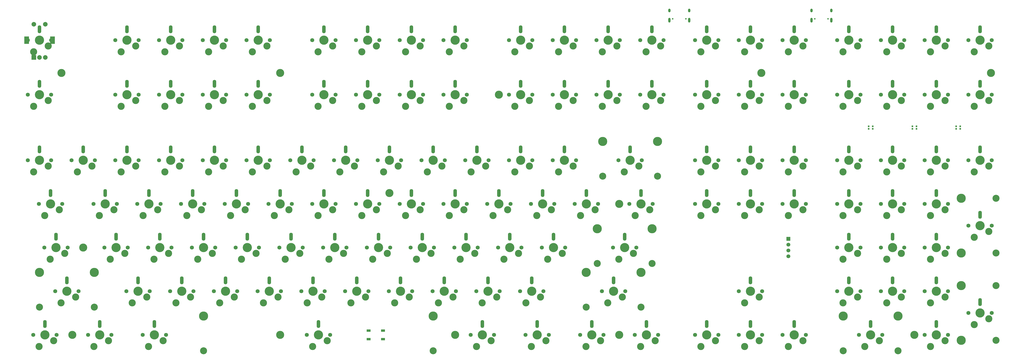
<source format=gbr>
%TF.GenerationSoftware,KiCad,Pcbnew,7.0.5*%
%TF.CreationDate,2023-06-20T21:05:11-04:00*%
%TF.ProjectId,100p-keebored,31303070-2d6b-4656-9562-6f7265642e6b,rev?*%
%TF.SameCoordinates,Original*%
%TF.FileFunction,Soldermask,Top*%
%TF.FilePolarity,Negative*%
%FSLAX46Y46*%
G04 Gerber Fmt 4.6, Leading zero omitted, Abs format (unit mm)*
G04 Created by KiCad (PCBNEW 7.0.5) date 2023-06-20 21:05:11*
%MOMM*%
%LPD*%
G01*
G04 APERTURE LIST*
%ADD10R,0.700000X0.700000*%
%ADD11C,1.750000*%
%ADD12C,3.100000*%
%ADD13C,4.000000*%
%ADD14C,3.500000*%
%ADD15R,2.000000X2.000000*%
%ADD16C,2.000000*%
%ADD17R,2.000000X3.200000*%
%ADD18C,3.048000*%
%ADD19C,3.987800*%
%ADD20R,1.800000X1.100000*%
%ADD21R,1.700000X1.700000*%
%ADD22C,1.700000*%
%ADD23O,1.500000X3.500000*%
%ADD24C,0.650000*%
%ADD25O,1.000000X1.600000*%
%ADD26O,1.000000X2.100000*%
G04 APERTURE END LIST*
D10*
%TO.C,U3*%
X454760920Y-114054832D03*
X454760920Y-115154832D03*
X456590920Y-115154832D03*
X456590920Y-114054832D03*
%TD*%
%TO.C,U4*%
X437540936Y-114054832D03*
X437540936Y-115154832D03*
X435710936Y-115154832D03*
X435710936Y-114054832D03*
%TD*%
%TO.C,U2*%
X473810904Y-114054832D03*
X473810904Y-115154832D03*
X475640904Y-115154832D03*
X475640904Y-114054832D03*
%TD*%
D11*
%TO.C,SW10*%
X260731000Y-76504800D03*
D12*
X259461000Y-79044800D03*
D13*
X255651000Y-76504800D03*
D12*
X253111000Y-81584800D03*
D11*
X250571000Y-76504800D03*
%TD*%
%TO.C,SW127*%
X408368500Y-205092300D03*
D12*
X407098500Y-207632300D03*
D13*
X403288500Y-205092300D03*
D12*
X400748500Y-210172300D03*
D11*
X398208500Y-205092300D03*
%TD*%
%TO.C,SW96*%
X334549750Y-166992300D03*
D12*
X333279750Y-169532300D03*
D13*
X329469750Y-166992300D03*
D12*
X326929750Y-172072300D03*
D11*
X324389750Y-166992300D03*
%TD*%
D14*
%TO.C,*%
X327088528Y-147942304D03*
%TD*%
D11*
%TO.C,SW78*%
X389318500Y-147942300D03*
D12*
X388048500Y-150482300D03*
D13*
X384238500Y-147942300D03*
D12*
X381698500Y-153022300D03*
D11*
X379158500Y-147942300D03*
%TD*%
%TO.C,SW115*%
X470281000Y-186042300D03*
D12*
X469011000Y-188582300D03*
D13*
X465201000Y-186042300D03*
D12*
X462661000Y-191122300D03*
D11*
X460121000Y-186042300D03*
%TD*%
%TO.C,SW73*%
X279781000Y-147942300D03*
D12*
X278511000Y-150482300D03*
D13*
X274701000Y-147942300D03*
D12*
X272161000Y-153022300D03*
D11*
X269621000Y-147942300D03*
%TD*%
%TO.C,SW50*%
X232156000Y-128892300D03*
D12*
X230886000Y-131432300D03*
D13*
X227076000Y-128892300D03*
D12*
X224536000Y-133972300D03*
D11*
X221996000Y-128892300D03*
%TD*%
D15*
%TO.C,SW130*%
X72176000Y-84004800D03*
D16*
X77176000Y-84004800D03*
X74676000Y-84004800D03*
D17*
X69076000Y-76504800D03*
X80276000Y-76504800D03*
D16*
X77176000Y-69504800D03*
X72176000Y-69504800D03*
%TD*%
D11*
%TO.C,SW69*%
X203581000Y-147942300D03*
D12*
X202311000Y-150482300D03*
D13*
X198501000Y-147942300D03*
D12*
X195961000Y-153022300D03*
D11*
X193421000Y-147942300D03*
%TD*%
%TO.C,SW19*%
X451231000Y-76504800D03*
D12*
X449961000Y-79044800D03*
D13*
X446151000Y-76504800D03*
D12*
X443611000Y-81584800D03*
D11*
X441071000Y-76504800D03*
%TD*%
%TO.C,SW125*%
X370268500Y-205092300D03*
D12*
X368998500Y-207632300D03*
D13*
X365188500Y-205092300D03*
D12*
X362648500Y-210172300D03*
D11*
X360108500Y-205092300D03*
%TD*%
%TO.C,SW76*%
X341693500Y-147942300D03*
D12*
X340423500Y-150482300D03*
D13*
X336613500Y-147942300D03*
D12*
X334073500Y-153022300D03*
D11*
X331533500Y-147942300D03*
%TD*%
%TO.C,SW4*%
X136906000Y-76504800D03*
D12*
X135636000Y-79044800D03*
D13*
X131826000Y-76504800D03*
D12*
X129286000Y-81584800D03*
D11*
X126746000Y-76504800D03*
%TD*%
D14*
%TO.C,*%
X489013392Y-90792352D03*
%TD*%
D11*
%TO.C,SW51*%
X251206000Y-128892300D03*
D12*
X249936000Y-131432300D03*
D13*
X246126000Y-128892300D03*
D12*
X243586000Y-133972300D03*
D11*
X241046000Y-128892300D03*
%TD*%
%TO.C,SW12*%
X308356000Y-76504800D03*
D12*
X307086000Y-79044800D03*
D13*
X303276000Y-76504800D03*
D12*
X300736000Y-81584800D03*
D11*
X298196000Y-76504800D03*
%TD*%
%TO.C,SW71*%
X241681000Y-147942300D03*
D12*
X240411000Y-150482300D03*
D13*
X236601000Y-147942300D03*
D12*
X234061000Y-153022300D03*
D11*
X231521000Y-147942300D03*
%TD*%
%TO.C,SW126*%
X389318500Y-205092300D03*
D12*
X388048500Y-207632300D03*
D13*
X384238500Y-205092300D03*
D12*
X381698500Y-210172300D03*
D11*
X379158500Y-205092300D03*
%TD*%
%TO.C,SW119*%
X129762250Y-205092300D03*
D12*
X128492250Y-207632300D03*
D13*
X124682250Y-205092300D03*
D12*
X122142250Y-210172300D03*
D11*
X119602250Y-205092300D03*
%TD*%
%TO.C,SW107*%
X236918500Y-186042300D03*
D12*
X235648500Y-188582300D03*
D13*
X231838500Y-186042300D03*
D12*
X229298500Y-191122300D03*
D11*
X226758500Y-186042300D03*
%TD*%
%TO.C,SW27*%
X203581000Y-100317300D03*
D12*
X202311000Y-102857300D03*
D13*
X198501000Y-100317300D03*
D12*
X195961000Y-105397300D03*
D11*
X193421000Y-100317300D03*
%TD*%
%TO.C,SW48*%
X194056000Y-128892300D03*
D12*
X192786000Y-131432300D03*
D13*
X188976000Y-128892300D03*
D12*
X186436000Y-133972300D03*
D11*
X183896000Y-128892300D03*
%TD*%
%TO.C,SW81*%
X451231000Y-147942300D03*
D12*
X449961000Y-150482300D03*
D13*
X446151000Y-147942300D03*
D12*
X443611000Y-153022300D03*
D11*
X441071000Y-147942300D03*
%TD*%
%TO.C,SW24*%
X136906000Y-100317300D03*
D12*
X135636000Y-102857300D03*
D13*
X131826000Y-100317300D03*
D12*
X129286000Y-105397300D03*
D11*
X126746000Y-100317300D03*
%TD*%
%TO.C,SW62*%
X489331000Y-128892300D03*
D12*
X488061000Y-131432300D03*
D13*
X484251000Y-128892300D03*
D12*
X481711000Y-133972300D03*
D11*
X479171000Y-128892300D03*
%TD*%
%TO.C,SW23*%
X117856000Y-100317300D03*
D12*
X116586000Y-102857300D03*
D13*
X112776000Y-100317300D03*
D12*
X110236000Y-105397300D03*
D11*
X107696000Y-100317300D03*
%TD*%
%TO.C,SW88*%
X170243500Y-166992300D03*
D12*
X168973500Y-169532300D03*
D13*
X165163500Y-166992300D03*
D12*
X162623500Y-172072300D03*
D11*
X160083500Y-166992300D03*
%TD*%
%TO.C,SW105*%
X198818500Y-186042300D03*
D12*
X197548500Y-188582300D03*
D13*
X193738500Y-186042300D03*
D12*
X191198500Y-191122300D03*
D11*
X188658500Y-186042300D03*
%TD*%
%TO.C,SW8*%
X222631000Y-76504800D03*
D12*
X221361000Y-79044800D03*
D13*
X217551000Y-76504800D03*
D12*
X215011000Y-81584800D03*
D11*
X212471000Y-76504800D03*
%TD*%
%TO.C,SW117*%
X82137250Y-205092300D03*
D12*
X80867250Y-207632300D03*
D13*
X77057250Y-205092300D03*
D12*
X74517250Y-210172300D03*
D11*
X71977250Y-205092300D03*
%TD*%
%TO.C,SW79*%
X408368500Y-147942300D03*
D12*
X407098500Y-150482300D03*
D13*
X403288500Y-147942300D03*
D12*
X400748500Y-153022300D03*
D11*
X398208500Y-147942300D03*
%TD*%
D14*
%TO.C,*%
X179451152Y-205092256D03*
%TD*%
D11*
%TO.C,SW66*%
X146431000Y-147942300D03*
D12*
X145161000Y-150482300D03*
D13*
X141351000Y-147942300D03*
D12*
X138811000Y-153022300D03*
D11*
X136271000Y-147942300D03*
%TD*%
%TO.C,SW30*%
X260731000Y-100317300D03*
D12*
X259461000Y-102857300D03*
D13*
X255651000Y-100317300D03*
D12*
X253111000Y-105397300D03*
D11*
X250571000Y-100317300D03*
%TD*%
%TO.C,SW87*%
X151193500Y-166992300D03*
D12*
X149923500Y-169532300D03*
D13*
X146113500Y-166992300D03*
D12*
X143573500Y-172072300D03*
D11*
X141033500Y-166992300D03*
%TD*%
D14*
%TO.C,*%
X84201232Y-90792352D03*
%TD*%
D11*
%TO.C,SW68*%
X184531000Y-147942300D03*
D12*
X183261000Y-150482300D03*
D13*
X179451000Y-147942300D03*
D12*
X176911000Y-153022300D03*
D11*
X174371000Y-147942300D03*
%TD*%
%TO.C,SW15*%
X370268500Y-76504800D03*
D12*
X368998500Y-79044800D03*
D13*
X365188500Y-76504800D03*
D12*
X362648500Y-81584800D03*
D11*
X360108500Y-76504800D03*
%TD*%
%TO.C,SW25*%
X155956000Y-100317300D03*
D12*
X154686000Y-102857300D03*
D13*
X150876000Y-100317300D03*
D12*
X148336000Y-105397300D03*
D11*
X145796000Y-100317300D03*
%TD*%
%TO.C,SW89*%
X189293500Y-166992300D03*
D12*
X188023500Y-169532300D03*
D13*
X184213500Y-166992300D03*
D12*
X181673500Y-172072300D03*
D11*
X179133500Y-166992300D03*
%TD*%
%TO.C,SW39*%
X451231000Y-100317300D03*
D12*
X449961000Y-102857300D03*
D13*
X446151000Y-100317300D03*
D12*
X443611000Y-105397300D03*
D11*
X441071000Y-100317300D03*
%TD*%
%TO.C,SW102*%
X141668500Y-186042300D03*
D12*
X140398500Y-188582300D03*
D13*
X136588500Y-186042300D03*
D12*
X134048500Y-191122300D03*
D11*
X131508500Y-186042300D03*
%TD*%
%TO.C,SW70*%
X222631000Y-147942300D03*
D12*
X221361000Y-150482300D03*
D13*
X217551000Y-147942300D03*
D12*
X215011000Y-153022300D03*
D11*
X212471000Y-147942300D03*
%TD*%
D14*
%TO.C,*%
X274701072Y-100317344D03*
%TD*%
D11*
%TO.C,SW77*%
X370268500Y-147942300D03*
D12*
X368998500Y-150482300D03*
D13*
X365188500Y-147942300D03*
D12*
X362648500Y-153022300D03*
D11*
X360108500Y-147942300D03*
%TD*%
%TO.C,SW59*%
X432181000Y-128892300D03*
D12*
X430911000Y-131432300D03*
D13*
X427101000Y-128892300D03*
D12*
X424561000Y-133972300D03*
D11*
X422021000Y-128892300D03*
%TD*%
D18*
%TO.C,REF\u002A\u002A*%
X491236000Y-183629300D03*
D19*
X476026000Y-183629300D03*
D18*
X491236000Y-207505300D03*
D19*
X476026000Y-207505300D03*
%TD*%
D11*
%TO.C,SW114*%
X451231000Y-186042300D03*
D12*
X449961000Y-188582300D03*
D13*
X446151000Y-186042300D03*
D12*
X443611000Y-191122300D03*
D11*
X441071000Y-186042300D03*
%TD*%
%TO.C,SW11*%
X289306000Y-76504800D03*
D12*
X288036000Y-79044800D03*
D13*
X284226000Y-76504800D03*
D12*
X281686000Y-81584800D03*
D11*
X279146000Y-76504800D03*
%TD*%
%TO.C,SW22*%
X79756000Y-100317300D03*
D12*
X78486000Y-102857300D03*
D13*
X74676000Y-100317300D03*
D12*
X72136000Y-105397300D03*
D11*
X69596000Y-100317300D03*
%TD*%
%TO.C,SW61*%
X470281000Y-128892300D03*
D12*
X469011000Y-131432300D03*
D13*
X465201000Y-128892300D03*
D12*
X462661000Y-133972300D03*
D11*
X460121000Y-128892300D03*
%TD*%
%TO.C,SW6*%
X175006000Y-76504800D03*
D12*
X173736000Y-79044800D03*
D13*
X169926000Y-76504800D03*
D12*
X167386000Y-81584800D03*
D11*
X164846000Y-76504800D03*
%TD*%
%TO.C,SW97*%
X432181000Y-166992300D03*
D12*
X430911000Y-169532300D03*
D13*
X427101000Y-166992300D03*
D12*
X424561000Y-172072300D03*
D11*
X422021000Y-166992300D03*
%TD*%
%TO.C,SW21*%
X489331000Y-76504800D03*
D12*
X488061000Y-79044800D03*
D13*
X484251000Y-76504800D03*
D12*
X481711000Y-81584800D03*
D11*
X479171000Y-76504800D03*
%TD*%
%TO.C,SW29*%
X241681000Y-100317300D03*
D12*
X240411000Y-102857300D03*
D13*
X236601000Y-100317300D03*
D12*
X234061000Y-105397300D03*
D11*
X231521000Y-100317300D03*
%TD*%
%TO.C,SW63*%
X84518500Y-147942300D03*
D12*
X83248500Y-150482300D03*
D13*
X79438500Y-147942300D03*
D12*
X76898500Y-153022300D03*
D11*
X74358500Y-147942300D03*
%TD*%
%TO.C,SW124*%
X344074750Y-205092300D03*
D12*
X342804750Y-207632300D03*
D13*
X338994750Y-205092300D03*
D12*
X336454750Y-210172300D03*
D11*
X333914750Y-205092300D03*
%TD*%
%TO.C,SW17*%
X408368500Y-76504800D03*
D12*
X407098500Y-79044800D03*
D13*
X403288500Y-76504800D03*
D12*
X400748500Y-81584800D03*
D11*
X398208500Y-76504800D03*
%TD*%
%TO.C,SW49*%
X213106000Y-128892300D03*
D12*
X211836000Y-131432300D03*
D13*
X208026000Y-128892300D03*
D12*
X205486000Y-133972300D03*
D11*
X202946000Y-128892300D03*
%TD*%
D14*
%TO.C,*%
X327088528Y-205092256D03*
%TD*%
D11*
%TO.C,SW122*%
X296449750Y-205092300D03*
D12*
X295179750Y-207632300D03*
D13*
X291369750Y-205092300D03*
D12*
X288829750Y-210172300D03*
D11*
X286289750Y-205092300D03*
%TD*%
%TO.C,SW16*%
X389318500Y-76504800D03*
D12*
X388048500Y-79044800D03*
D13*
X384238500Y-76504800D03*
D12*
X381698500Y-81584800D03*
D11*
X379158500Y-76504800D03*
%TD*%
%TO.C,SW120*%
X201199750Y-205092300D03*
D12*
X199929750Y-207632300D03*
D13*
X196119750Y-205092300D03*
D12*
X193579750Y-210172300D03*
D11*
X191039750Y-205092300D03*
%TD*%
D18*
%TO.C,REF\u002A\u002A*%
X491236000Y-145529300D03*
D19*
X476026000Y-145529300D03*
D18*
X491236000Y-169405300D03*
D19*
X476026000Y-169405300D03*
%TD*%
D11*
%TO.C,SW26*%
X175006000Y-100317300D03*
D12*
X173736000Y-102857300D03*
D13*
X169926000Y-100317300D03*
D12*
X167386000Y-105397300D03*
D11*
X164846000Y-100317300D03*
%TD*%
D18*
%TO.C,REF\u002A\u002A*%
X246119600Y-212077156D03*
D19*
X246119600Y-196867156D03*
D18*
X146119600Y-212077156D03*
D19*
X146119600Y-196867156D03*
%TD*%
D11*
%TO.C,SW82*%
X470281000Y-147942300D03*
D12*
X469011000Y-150482300D03*
D13*
X465201000Y-147942300D03*
D12*
X462661000Y-153022300D03*
D11*
X460121000Y-147942300D03*
%TD*%
%TO.C,SW58*%
X408368500Y-128892300D03*
D12*
X407098500Y-131432300D03*
D13*
X403288500Y-128892300D03*
D12*
X400748500Y-133972300D03*
D11*
X398208500Y-128892300D03*
%TD*%
%TO.C,SW86*%
X132143500Y-166992300D03*
D12*
X130873500Y-169532300D03*
D13*
X127063500Y-166992300D03*
D12*
X124523500Y-172072300D03*
D11*
X121983500Y-166992300D03*
%TD*%
%TO.C,SW84*%
X86899750Y-166992300D03*
D12*
X85629750Y-169532300D03*
D13*
X81819750Y-166992300D03*
D12*
X79279750Y-172072300D03*
D11*
X76739750Y-166992300D03*
%TD*%
%TO.C,SW37*%
X408368500Y-100317300D03*
D12*
X407098500Y-102857300D03*
D13*
X403288500Y-100317300D03*
D12*
X400748500Y-105397300D03*
D11*
X398208500Y-100317300D03*
%TD*%
%TO.C,SW90*%
X208343500Y-166992300D03*
D12*
X207073500Y-169532300D03*
D13*
X203263500Y-166992300D03*
D12*
X200723500Y-172072300D03*
D11*
X198183500Y-166992300D03*
%TD*%
%TO.C,SW9*%
X241681000Y-76504800D03*
D12*
X240411000Y-79044800D03*
D13*
X236601000Y-76504800D03*
D12*
X234061000Y-81584800D03*
D11*
X231521000Y-76504800D03*
%TD*%
%TO.C,SW18*%
X432181000Y-76504800D03*
D12*
X430911000Y-79044800D03*
D13*
X427101000Y-76504800D03*
D12*
X424561000Y-81584800D03*
D11*
X422021000Y-76504800D03*
%TD*%
%TO.C,SW35*%
X370268500Y-100317300D03*
D12*
X368998500Y-102857300D03*
D13*
X365188500Y-100317300D03*
D12*
X362648500Y-105397300D03*
D11*
X360108500Y-100317300D03*
%TD*%
D18*
%TO.C,REF\u002A\u002A*%
X343789000Y-135877300D03*
D19*
X343789000Y-120667300D03*
D18*
X319913000Y-135877300D03*
D19*
X319913000Y-120667300D03*
%TD*%
D11*
%TO.C,SW34*%
X346456000Y-100317300D03*
D12*
X345186000Y-102857300D03*
D13*
X341376000Y-100317300D03*
D12*
X338836000Y-105397300D03*
D11*
X336296000Y-100317300D03*
%TD*%
%TO.C,SW121*%
X272637250Y-205092300D03*
D12*
X271367250Y-207632300D03*
D13*
X267557250Y-205092300D03*
D12*
X265017250Y-210172300D03*
D11*
X262477250Y-205092300D03*
%TD*%
%TO.C,SW46*%
X155956000Y-128892300D03*
D12*
X154686000Y-131432300D03*
D13*
X150876000Y-128892300D03*
D12*
X148336000Y-133972300D03*
D11*
X145796000Y-128892300D03*
%TD*%
%TO.C,SW74*%
X298831000Y-147942300D03*
D12*
X297561000Y-150482300D03*
D13*
X293751000Y-147942300D03*
D12*
X291211000Y-153022300D03*
D11*
X288671000Y-147942300D03*
%TD*%
D18*
%TO.C,REF\u002A\u002A*%
X341407750Y-173977300D03*
D19*
X341407750Y-158767300D03*
D18*
X317531750Y-173977300D03*
D19*
X317531750Y-158767300D03*
%TD*%
D18*
%TO.C,REF\u002A\u002A*%
X448564000Y-212077300D03*
D19*
X448564000Y-196867300D03*
D18*
X424688000Y-212077300D03*
D19*
X424688000Y-196867300D03*
%TD*%
D11*
%TO.C,SW47*%
X175006000Y-128892300D03*
D12*
X173736000Y-131432300D03*
D13*
X169926000Y-128892300D03*
D12*
X167386000Y-133972300D03*
D11*
X164846000Y-128892300D03*
%TD*%
%TO.C,SW80*%
X432181000Y-147942300D03*
D12*
X430911000Y-150482300D03*
D13*
X427101000Y-147942300D03*
D12*
X424561000Y-153022300D03*
D11*
X422021000Y-147942300D03*
%TD*%
%TO.C,SW32*%
X308356000Y-100317300D03*
D12*
X307086000Y-102857300D03*
D13*
X303276000Y-100317300D03*
D12*
X300736000Y-105397300D03*
D11*
X298196000Y-100317300D03*
%TD*%
%TO.C,SW110*%
X294068500Y-186042300D03*
D12*
X292798500Y-188582300D03*
D13*
X288988500Y-186042300D03*
D12*
X286448500Y-191122300D03*
D11*
X283908500Y-186042300D03*
%TD*%
D14*
%TO.C,*%
X88963728Y-205092256D03*
%TD*%
D11*
%TO.C,SW129*%
X470281000Y-205092300D03*
D12*
X469011000Y-207632300D03*
D13*
X465201000Y-205092300D03*
D12*
X462661000Y-210172300D03*
D11*
X460121000Y-205092300D03*
%TD*%
%TO.C,SW123*%
X320262250Y-205092300D03*
D12*
X318992250Y-207632300D03*
D13*
X315182250Y-205092300D03*
D12*
X312642250Y-210172300D03*
D11*
X310102250Y-205092300D03*
%TD*%
%TO.C,SW98*%
X451231000Y-166992300D03*
D12*
X449961000Y-169532300D03*
D13*
X446151000Y-166992300D03*
D12*
X443611000Y-172072300D03*
D11*
X441071000Y-166992300D03*
%TD*%
D18*
%TO.C,REF\u002A\u002A*%
X98520192Y-193027172D03*
D19*
X98520192Y-177817172D03*
D18*
X74644192Y-193027172D03*
D19*
X74644192Y-177817172D03*
%TD*%
D18*
%TO.C,REF\u002A\u002A*%
X336645250Y-193027300D03*
D19*
X336645250Y-177817300D03*
D18*
X312769250Y-193027300D03*
D19*
X312769250Y-177817300D03*
%TD*%
D11*
%TO.C,SW95*%
X303593500Y-166992300D03*
D12*
X302323500Y-169532300D03*
D13*
X298513500Y-166992300D03*
D12*
X295973500Y-172072300D03*
D11*
X293433500Y-166992300D03*
%TD*%
%TO.C,SW14*%
X346456000Y-76504800D03*
D12*
X345186000Y-79044800D03*
D13*
X341376000Y-76504800D03*
D12*
X338836000Y-81584800D03*
D11*
X336296000Y-76504800D03*
%TD*%
%TO.C,SW57*%
X389318500Y-128892300D03*
D12*
X388048500Y-131432300D03*
D13*
X384238500Y-128892300D03*
D12*
X381698500Y-133972300D03*
D11*
X379158500Y-128892300D03*
%TD*%
%TO.C,SW104*%
X179768500Y-186042300D03*
D12*
X178498500Y-188582300D03*
D13*
X174688500Y-186042300D03*
D12*
X172148500Y-191122300D03*
D11*
X169608500Y-186042300D03*
%TD*%
D14*
%TO.C,*%
X455675920Y-205092256D03*
%TD*%
D11*
%TO.C,SW13*%
X327406000Y-76504800D03*
D12*
X326136000Y-79044800D03*
D13*
X322326000Y-76504800D03*
D12*
X319786000Y-81584800D03*
D11*
X317246000Y-76504800D03*
%TD*%
%TO.C,SW112*%
X389318480Y-186042272D03*
D12*
X388048480Y-188582272D03*
D13*
X384238480Y-186042272D03*
D12*
X381698480Y-191122272D03*
D11*
X379158480Y-186042272D03*
%TD*%
%TO.C,SW100*%
X91662250Y-186042300D03*
D12*
X90392250Y-188582300D03*
D13*
X86582250Y-186042300D03*
D12*
X84042250Y-191122300D03*
D11*
X81502250Y-186042300D03*
%TD*%
D14*
%TO.C,*%
X93726224Y-166992288D03*
%TD*%
D11*
%TO.C,SW99*%
X470281000Y-166992300D03*
D12*
X469011000Y-169532300D03*
D13*
X465201000Y-166992300D03*
D12*
X462661000Y-172072300D03*
D11*
X460121000Y-166992300D03*
%TD*%
%TO.C,SW45*%
X136906000Y-128892300D03*
D12*
X135636000Y-131432300D03*
D13*
X131826000Y-128892300D03*
D12*
X129286000Y-133972300D03*
D11*
X126746000Y-128892300D03*
%TD*%
%TO.C,SW5*%
X155956000Y-76504800D03*
D12*
X154686000Y-79044800D03*
D13*
X150876000Y-76504800D03*
D12*
X148336000Y-81584800D03*
D11*
X145796000Y-76504800D03*
%TD*%
%TO.C,SW94*%
X284543500Y-166992300D03*
D12*
X283273500Y-169532300D03*
D13*
X279463500Y-166992300D03*
D12*
X276923500Y-172072300D03*
D11*
X274383500Y-166992300D03*
%TD*%
%TO.C,SW101*%
X122618500Y-186042300D03*
D12*
X121348500Y-188582300D03*
D13*
X117538500Y-186042300D03*
D12*
X114998500Y-191122300D03*
D11*
X112458500Y-186042300D03*
%TD*%
D14*
%TO.C,*%
X227076112Y-143179808D03*
%TD*%
D11*
%TO.C,SW56*%
X370268500Y-128892300D03*
D12*
X368998500Y-131432300D03*
D13*
X365188500Y-128892300D03*
D12*
X362648500Y-133972300D03*
D11*
X360108500Y-128892300D03*
%TD*%
%TO.C,SW28*%
X222631000Y-100317300D03*
D12*
X221361000Y-102857300D03*
D13*
X217551000Y-100317300D03*
D12*
X215011000Y-105397300D03*
D11*
X212471000Y-100317300D03*
%TD*%
%TO.C,SW43*%
X98806000Y-128892300D03*
D12*
X97536000Y-131432300D03*
D13*
X93726000Y-128892300D03*
D12*
X91186000Y-133972300D03*
D11*
X88646000Y-128892300D03*
%TD*%
%TO.C,SW31*%
X289306000Y-100317300D03*
D12*
X288036000Y-102857300D03*
D13*
X284226000Y-100317300D03*
D12*
X281686000Y-105397300D03*
D11*
X279146000Y-100317300D03*
%TD*%
%TO.C,SW52*%
X270256000Y-128892300D03*
D12*
X268986000Y-131432300D03*
D13*
X265176000Y-128892300D03*
D12*
X262636000Y-133972300D03*
D11*
X260096000Y-128892300D03*
%TD*%
%TO.C,SW103*%
X160718500Y-186042300D03*
D12*
X159448500Y-188582300D03*
D13*
X155638500Y-186042300D03*
D12*
X153098500Y-191122300D03*
D11*
X150558500Y-186042300D03*
%TD*%
%TO.C,SW91*%
X227393500Y-166992300D03*
D12*
X226123500Y-169532300D03*
D13*
X222313500Y-166992300D03*
D12*
X219773500Y-172072300D03*
D11*
X217233500Y-166992300D03*
%TD*%
%TO.C,SW36*%
X389318500Y-100317300D03*
D12*
X388048500Y-102857300D03*
D13*
X384238500Y-100317300D03*
D12*
X381698500Y-105397300D03*
D11*
X379158500Y-100317300D03*
%TD*%
%TO.C,SW44*%
X117856000Y-128892300D03*
D12*
X116586000Y-131432300D03*
D13*
X112776000Y-128892300D03*
D12*
X110236000Y-133972300D03*
D11*
X107696000Y-128892300D03*
%TD*%
%TO.C,SW111*%
X329787250Y-186042300D03*
D12*
X328517250Y-188582300D03*
D13*
X324707250Y-186042300D03*
D12*
X322167250Y-191122300D03*
D11*
X319627250Y-186042300D03*
%TD*%
%TO.C,SW85*%
X113093500Y-166992300D03*
D12*
X111823500Y-169532300D03*
D13*
X108013500Y-166992300D03*
D12*
X105473500Y-172072300D03*
D11*
X102933500Y-166992300D03*
%TD*%
D14*
%TO.C,*%
X389000976Y-90792352D03*
%TD*%
D11*
%TO.C,SW54*%
X308356000Y-128892300D03*
D12*
X307086000Y-131432300D03*
D13*
X303276000Y-128892300D03*
D12*
X300736000Y-133972300D03*
D11*
X298196000Y-128892300D03*
%TD*%
%TO.C,SW41*%
X489331000Y-100317300D03*
D12*
X488061000Y-102857300D03*
D13*
X484251000Y-100317300D03*
D12*
X481711000Y-105397300D03*
D11*
X479171000Y-100317300D03*
%TD*%
%TO.C,SW93*%
X265493500Y-166992300D03*
D12*
X264223500Y-169532300D03*
D13*
X260413500Y-166992300D03*
D12*
X257873500Y-172072300D03*
D11*
X255333500Y-166992300D03*
%TD*%
%TO.C,SW118*%
X105949750Y-205092300D03*
D12*
X104679750Y-207632300D03*
D13*
X100869750Y-205092300D03*
D12*
X98329750Y-210172300D03*
D11*
X95789750Y-205092300D03*
%TD*%
%TO.C,SW75*%
X317881000Y-147942300D03*
D12*
X316611000Y-150482300D03*
D13*
X312801000Y-147942300D03*
D12*
X310261000Y-153022300D03*
D11*
X307721000Y-147942300D03*
%TD*%
D14*
%TO.C,*%
X179451152Y-90792352D03*
%TD*%
D11*
%TO.C,SW55*%
X336931000Y-128892300D03*
D12*
X335661000Y-131432300D03*
D13*
X331851000Y-128892300D03*
D12*
X329311000Y-133972300D03*
D11*
X326771000Y-128892300D03*
%TD*%
%TO.C,SW42*%
X79756000Y-128892300D03*
D12*
X78486000Y-131432300D03*
D13*
X74676000Y-128892300D03*
D12*
X72136000Y-133972300D03*
D11*
X69596000Y-128892300D03*
%TD*%
%TO.C,SW109*%
X275018500Y-186042300D03*
D12*
X273748500Y-188582300D03*
D13*
X269938500Y-186042300D03*
D12*
X267398500Y-191122300D03*
D11*
X264858500Y-186042300D03*
%TD*%
%TO.C,SW83*%
X489331000Y-157467300D03*
D12*
X488061000Y-160007300D03*
D13*
X484251000Y-157467300D03*
D12*
X481711000Y-162547300D03*
D11*
X479171000Y-157467300D03*
%TD*%
%TO.C,SW72*%
X260731000Y-147942300D03*
D12*
X259461000Y-150482300D03*
D13*
X255651000Y-147942300D03*
D12*
X253111000Y-153022300D03*
D11*
X250571000Y-147942300D03*
%TD*%
%TO.C,SW20*%
X470281000Y-76504800D03*
D12*
X469011000Y-79044800D03*
D13*
X465201000Y-76504800D03*
D12*
X462661000Y-81584800D03*
D11*
X460121000Y-76504800D03*
%TD*%
%TO.C,SW128*%
X441706000Y-205092300D03*
D12*
X440436000Y-207632300D03*
D13*
X436626000Y-205092300D03*
D12*
X434086000Y-210172300D03*
D11*
X431546000Y-205092300D03*
%TD*%
%TO.C,SW67*%
X165481000Y-147942300D03*
D12*
X164211000Y-150482300D03*
D13*
X160401000Y-147942300D03*
D12*
X157861000Y-153022300D03*
D11*
X155321000Y-147942300D03*
%TD*%
%TO.C,SW53*%
X289306000Y-128892300D03*
D12*
X288036000Y-131432300D03*
D13*
X284226000Y-128892300D03*
D12*
X281686000Y-133972300D03*
D11*
X279146000Y-128892300D03*
%TD*%
%TO.C,SW92*%
X246443500Y-166992300D03*
D12*
X245173500Y-169532300D03*
D13*
X241363500Y-166992300D03*
D12*
X238823500Y-172072300D03*
D11*
X236283500Y-166992300D03*
%TD*%
%TO.C,SW108*%
X255968500Y-186042300D03*
D12*
X254698500Y-188582300D03*
D13*
X250888500Y-186042300D03*
D12*
X248348500Y-191122300D03*
D11*
X245808500Y-186042300D03*
%TD*%
%TO.C,SW1*%
X79756000Y-76504800D03*
D12*
X78486000Y-79044800D03*
D13*
X74676000Y-76504800D03*
D12*
X72136000Y-81584800D03*
D11*
X69596000Y-76504800D03*
%TD*%
%TO.C,SW3*%
X117856000Y-76504800D03*
D12*
X116586000Y-79044800D03*
D13*
X112776000Y-76504800D03*
D12*
X110236000Y-81584800D03*
D11*
X107696000Y-76504800D03*
%TD*%
%TO.C,SW113*%
X432181000Y-186042300D03*
D12*
X430911000Y-188582300D03*
D13*
X427101000Y-186042300D03*
D12*
X424561000Y-191122300D03*
D11*
X422021000Y-186042300D03*
%TD*%
%TO.C,SW65*%
X127381000Y-147942300D03*
D12*
X126111000Y-150482300D03*
D13*
X122301000Y-147942300D03*
D12*
X119761000Y-153022300D03*
D11*
X117221000Y-147942300D03*
%TD*%
%TO.C,SW60*%
X451231000Y-128892300D03*
D12*
X449961000Y-131432300D03*
D13*
X446151000Y-128892300D03*
D12*
X443611000Y-133972300D03*
D11*
X441071000Y-128892300D03*
%TD*%
%TO.C,SW33*%
X327406000Y-100317300D03*
D12*
X326136000Y-102857300D03*
D13*
X322326000Y-100317300D03*
D12*
X319786000Y-105397300D03*
D11*
X317246000Y-100317300D03*
%TD*%
%TO.C,SW64*%
X108331000Y-147942300D03*
D12*
X107061000Y-150482300D03*
D13*
X103251000Y-147942300D03*
D12*
X100711000Y-153022300D03*
D11*
X98171000Y-147942300D03*
%TD*%
D20*
%TO.C,SW200*%
X218022704Y-203242156D03*
X224222704Y-203242156D03*
X218022704Y-206942156D03*
X224222704Y-206942156D03*
%TD*%
D21*
%TO.C,J4*%
X400748160Y-163182144D03*
D22*
X400748160Y-165722144D03*
X400748160Y-168262144D03*
X400748160Y-170802144D03*
%TD*%
D11*
%TO.C,SW40*%
X470281000Y-100317300D03*
D12*
X469011000Y-102857300D03*
D13*
X465201000Y-100317300D03*
D12*
X462661000Y-105397300D03*
D11*
X460121000Y-100317300D03*
%TD*%
D14*
%TO.C,*%
X255651088Y-205092256D03*
%TD*%
D11*
%TO.C,SW116*%
X489331000Y-195567300D03*
D12*
X488061000Y-198107300D03*
D13*
X484251000Y-195567300D03*
D12*
X481711000Y-200647300D03*
D11*
X479171000Y-195567300D03*
%TD*%
%TO.C,SW106*%
X217868500Y-186042300D03*
D12*
X216598500Y-188582300D03*
D13*
X212788500Y-186042300D03*
D12*
X210248500Y-191122300D03*
D11*
X207708500Y-186042300D03*
%TD*%
%TO.C,SW38*%
X432181000Y-100317300D03*
D12*
X430911000Y-102857300D03*
D13*
X427101000Y-100317300D03*
D12*
X424561000Y-105397300D03*
D11*
X422021000Y-100317300D03*
%TD*%
%TO.C,SW7*%
X203581000Y-76504800D03*
D12*
X202311000Y-79044800D03*
D13*
X198501000Y-76504800D03*
D12*
X195961000Y-81584800D03*
D11*
X193421000Y-76504800D03*
%TD*%
D23*
%TO.C,D250*%
X227075792Y-124129680D03*
%TD*%
%TO.C,D230*%
X322325712Y-95554704D03*
%TD*%
%TO.C,D206*%
X169925840Y-71742224D03*
%TD*%
%TO.C,D312*%
X174688336Y-181279632D03*
%TD*%
%TO.C,D301*%
X465200592Y-181279632D03*
%TD*%
%TO.C,D204*%
X131825872Y-71742224D03*
%TD*%
%TO.C,D260*%
X446150608Y-124129680D03*
%TD*%
%TO.C,D228*%
X365188176Y-95554704D03*
%TD*%
%TO.C,D274*%
X255650768Y-143179664D03*
%TD*%
%TO.C,D286*%
X127063376Y-162229648D03*
%TD*%
%TO.C,D324*%
X338994448Y-200329616D03*
%TD*%
%TO.C,D246*%
X150875856Y-124129680D03*
%TD*%
%TO.C,D242*%
X74675920Y-124129680D03*
%TD*%
%TO.C,D292*%
X241363280Y-162229648D03*
%TD*%
%TO.C,D305*%
X324706960Y-181279632D03*
%TD*%
%TO.C,D236*%
X198500816Y-95554704D03*
%TD*%
%TO.C,D304*%
X384238160Y-181279632D03*
%TD*%
%TO.C,D275*%
X236600784Y-143179664D03*
%TD*%
%TO.C,D279*%
X160400848Y-143179664D03*
%TD*%
%TO.C,D262*%
X484250576Y-124129680D03*
%TD*%
%TO.C,D257*%
X384238160Y-124129680D03*
%TD*%
%TO.C,D291*%
X222313296Y-162229648D03*
%TD*%
%TO.C,D270*%
X336613200Y-143179664D03*
%TD*%
%TO.C,D232*%
X284225744Y-95554704D03*
%TD*%
%TO.C,D220*%
X465200592Y-71742224D03*
%TD*%
%TO.C,D217*%
X403288144Y-71742224D03*
%TD*%
%TO.C,D272*%
X293750736Y-143179664D03*
%TD*%
%TO.C,D327*%
X403288144Y-200329616D03*
%TD*%
%TO.C,D245*%
X131825872Y-124129680D03*
%TD*%
%TO.C,D240*%
X112775888Y-95554704D03*
%TD*%
%TO.C,D252*%
X265175760Y-124129680D03*
%TD*%
%TO.C,D306*%
X288988240Y-181279632D03*
%TD*%
%TO.C,D303*%
X427100624Y-181279632D03*
%TD*%
%TO.C,D293*%
X260413264Y-162229648D03*
%TD*%
%TO.C,D244*%
X112775888Y-124129680D03*
%TD*%
%TO.C,D264*%
X465200592Y-143179664D03*
%TD*%
%TO.C,D307*%
X269938256Y-181279632D03*
%TD*%
%TO.C,D226*%
X403288144Y-95554704D03*
%TD*%
%TO.C,D205*%
X150875856Y-71742224D03*
%TD*%
%TO.C,D247*%
X169925840Y-124129680D03*
%TD*%
%TO.C,D266*%
X427100624Y-143179664D03*
%TD*%
%TO.C,D224*%
X446150608Y-95554704D03*
%TD*%
%TO.C,D223*%
X465200592Y-95554704D03*
%TD*%
%TO.C,D271*%
X312800720Y-143179664D03*
%TD*%
%TO.C,D248*%
X188975824Y-124129680D03*
%TD*%
%TO.C,D269*%
X365188176Y-143179664D03*
%TD*%
%TO.C,D325*%
X365188176Y-200329616D03*
%TD*%
%TO.C,D309*%
X231838288Y-181279632D03*
%TD*%
%TO.C,D315*%
X117538384Y-181279632D03*
%TD*%
%TO.C,D208*%
X217550800Y-71742224D03*
%TD*%
%TO.C,D254*%
X303275728Y-124129680D03*
%TD*%
%TO.C,D258*%
X403288144Y-124129680D03*
%TD*%
%TO.C,D233*%
X255650768Y-95554704D03*
%TD*%
%TO.C,D294*%
X279463248Y-162229648D03*
%TD*%
%TO.C,D243*%
X93725904Y-124129680D03*
%TD*%
%TO.C,D253*%
X284225744Y-124129680D03*
%TD*%
%TO.C,D207*%
X198500816Y-71742224D03*
%TD*%
%TO.C,D231*%
X303275728Y-95554704D03*
%TD*%
%TO.C,D326*%
X384238160Y-200329616D03*
%TD*%
%TO.C,D280*%
X141350864Y-143179664D03*
%TD*%
%TO.C,D316*%
X86582160Y-181279632D03*
%TD*%
%TO.C,D218*%
X427100624Y-71742224D03*
%TD*%
%TO.C,D267*%
X403288144Y-143179664D03*
%TD*%
%TO.C,D238*%
X150875856Y-95554704D03*
%TD*%
%TO.C,D314*%
X136588368Y-181279632D03*
%TD*%
D24*
%TO.C,J3*%
X412304750Y-67198550D03*
X418084750Y-67198550D03*
D25*
X410874750Y-63548550D03*
D26*
X410874750Y-67728550D03*
D25*
X419514750Y-63548550D03*
D26*
X419514750Y-67728550D03*
%TD*%
D23*
%TO.C,D290*%
X203263312Y-162229648D03*
%TD*%
%TO.C,D319*%
X124682128Y-200329616D03*
%TD*%
%TO.C,D329*%
X465200592Y-200329616D03*
%TD*%
%TO.C,D237*%
X169925840Y-95554704D03*
%TD*%
%TO.C,D299*%
X465200592Y-162229648D03*
%TD*%
%TO.C,D235*%
X217550800Y-95554704D03*
%TD*%
%TO.C,D277*%
X198500816Y-143179664D03*
%TD*%
%TO.C,D212*%
X303275728Y-71742224D03*
%TD*%
%TO.C,D310*%
X212788304Y-181279632D03*
%TD*%
%TO.C,D289*%
X184213328Y-162229648D03*
%TD*%
%TO.C,D259*%
X427100624Y-124129680D03*
%TD*%
D24*
%TO.C,J2*%
X350392250Y-67198550D03*
X356172250Y-67198550D03*
D25*
X348962250Y-63548550D03*
D26*
X348962250Y-67728550D03*
D25*
X357602250Y-63548550D03*
D26*
X357602250Y-67728550D03*
%TD*%
D23*
%TO.C,D216*%
X384238160Y-71742224D03*
%TD*%
%TO.C,D263*%
X484250576Y-152704656D03*
%TD*%
%TO.C,D311*%
X193738320Y-181279632D03*
%TD*%
%TO.C,D215*%
X365188176Y-71742224D03*
%TD*%
%TO.C,D297*%
X427100624Y-162229648D03*
%TD*%
%TO.C,D201*%
X74675920Y-71742224D03*
%TD*%
%TO.C,D285*%
X108013392Y-162229648D03*
%TD*%
%TO.C,D273*%
X274700752Y-143179664D03*
%TD*%
%TO.C,D322*%
X291369488Y-200329616D03*
%TD*%
%TO.C,D296*%
X329469456Y-162229648D03*
%TD*%
%TO.C,D203*%
X112775888Y-71742224D03*
%TD*%
%TO.C,D227*%
X384238160Y-95554704D03*
%TD*%
%TO.C,D225*%
X427100624Y-95554704D03*
%TD*%
%TO.C,D328*%
X436625616Y-200329616D03*
%TD*%
%TO.C,D281*%
X122300880Y-143179664D03*
%TD*%
%TO.C,D268*%
X384238160Y-143179664D03*
%TD*%
%TO.C,D313*%
X155638352Y-181279632D03*
%TD*%
%TO.C,D249*%
X208025808Y-124129680D03*
%TD*%
%TO.C,D302*%
X446150608Y-181279632D03*
%TD*%
%TO.C,D211*%
X284225744Y-71742224D03*
%TD*%
%TO.C,D317*%
X77057168Y-200329616D03*
%TD*%
%TO.C,D209*%
X236600784Y-71742224D03*
%TD*%
%TO.C,D222*%
X484250576Y-95554704D03*
%TD*%
%TO.C,D283*%
X79438416Y-143179664D03*
%TD*%
%TO.C,D229*%
X341375696Y-95554704D03*
%TD*%
%TO.C,D251*%
X246125776Y-124129680D03*
%TD*%
%TO.C,D221*%
X484250576Y-71742224D03*
%TD*%
%TO.C,D265*%
X446150608Y-143179664D03*
%TD*%
%TO.C,D241*%
X74675920Y-95554704D03*
%TD*%
%TO.C,D214*%
X341375696Y-71742224D03*
%TD*%
%TO.C,D318*%
X100869648Y-200329616D03*
%TD*%
%TO.C,D234*%
X236600784Y-95554704D03*
%TD*%
%TO.C,D276*%
X217550800Y-143179664D03*
%TD*%
%TO.C,D256*%
X365188176Y-124129680D03*
%TD*%
%TO.C,D255*%
X331850704Y-124129680D03*
%TD*%
%TO.C,D300*%
X484250576Y-190804624D03*
%TD*%
%TO.C,D210*%
X255650768Y-71742224D03*
%TD*%
%TO.C,D295*%
X298513232Y-162229648D03*
%TD*%
%TO.C,D321*%
X267557008Y-200329616D03*
%TD*%
%TO.C,D320*%
X196119568Y-200329616D03*
%TD*%
%TO.C,D282*%
X103250896Y-143179664D03*
%TD*%
%TO.C,D219*%
X446150608Y-71742224D03*
%TD*%
%TO.C,D239*%
X131825872Y-95554704D03*
%TD*%
%TO.C,D323*%
X315181968Y-200329616D03*
%TD*%
%TO.C,D308*%
X250888272Y-181279632D03*
%TD*%
%TO.C,D287*%
X146113360Y-162229648D03*
%TD*%
%TO.C,D261*%
X465200592Y-124129680D03*
%TD*%
%TO.C,D278*%
X179450832Y-143179664D03*
%TD*%
%TO.C,D288*%
X165163344Y-162229648D03*
%TD*%
%TO.C,D213*%
X322325712Y-71742224D03*
%TD*%
%TO.C,D284*%
X81819664Y-162229648D03*
%TD*%
%TO.C,D298*%
X446150608Y-162229648D03*
%TD*%
M02*

</source>
